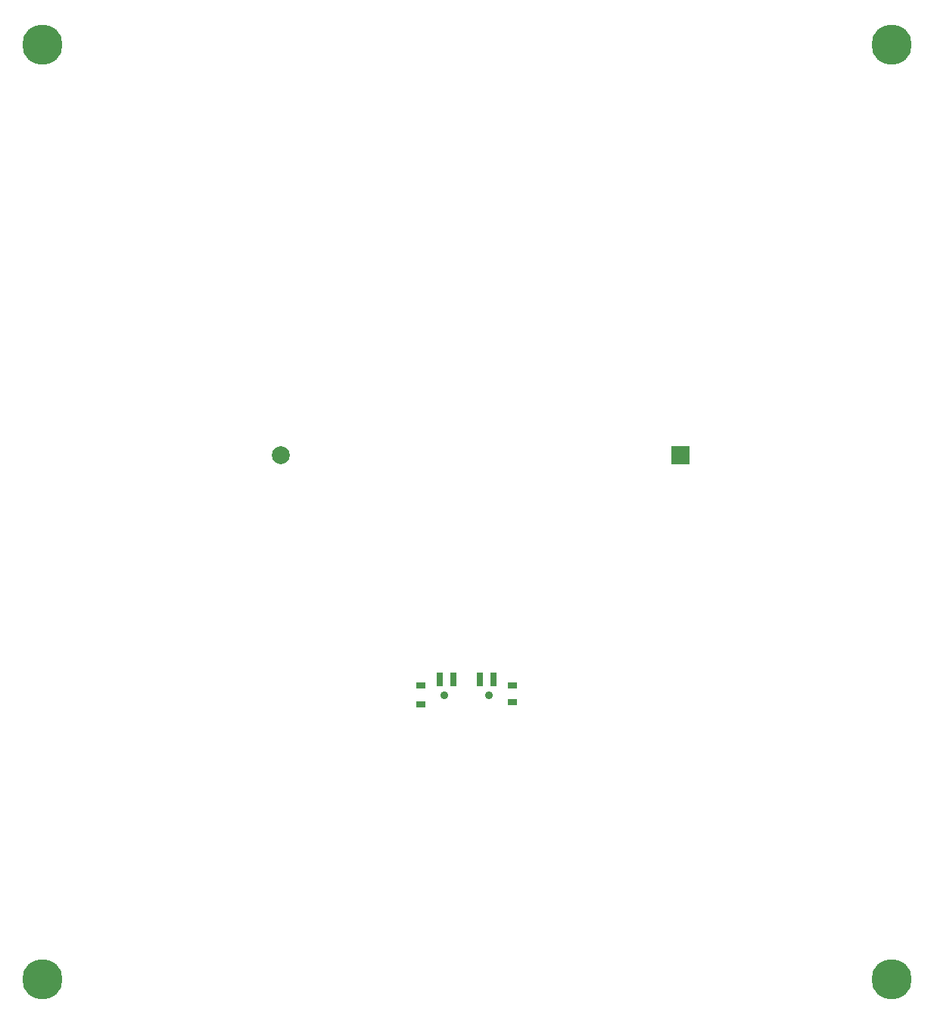
<source format=gbs>
G04 #@! TF.GenerationSoftware,KiCad,Pcbnew,9.0.0*
G04 #@! TF.CreationDate,2025-03-25T13:13:44-05:00*
G04 #@! TF.ProjectId,Armor_Plate,41726d6f-725f-4506-9c61-74652e6b6963,rev?*
G04 #@! TF.SameCoordinates,Original*
G04 #@! TF.FileFunction,Soldermask,Bot*
G04 #@! TF.FilePolarity,Negative*
%FSLAX46Y46*%
G04 Gerber Fmt 4.6, Leading zero omitted, Abs format (unit mm)*
G04 Created by KiCad (PCBNEW 9.0.0) date 2025-03-25 13:13:44*
%MOMM*%
%LPD*%
G01*
G04 APERTURE LIST*
%ADD10C,4.500000*%
%ADD11C,0.900000*%
%ADD12R,0.700000X1.500000*%
%ADD13R,1.000000X0.800000*%
%ADD14R,2.000000X2.000000*%
%ADD15C,2.000000*%
G04 APERTURE END LIST*
D10*
X32450000Y-127250000D03*
X32450000Y-22750000D03*
X127450000Y-22750000D03*
X127450000Y-127250000D03*
D11*
X82420000Y-95440000D03*
X77420000Y-95440000D03*
D12*
X82920000Y-93690000D03*
X81420000Y-93690000D03*
X78420000Y-93690000D03*
X76920000Y-93690000D03*
D13*
X85070000Y-94390000D03*
X85070000Y-96230000D03*
X74770000Y-96490000D03*
X74770000Y-94390000D03*
D14*
X103850000Y-68650000D03*
D15*
X59150000Y-68650000D03*
M02*

</source>
